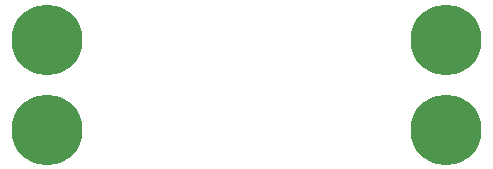
<source format=gbr>
G04 #@! TF.FileFunction,Copper,L2,Bot,Signal*
%FSLAX46Y46*%
G04 Gerber Fmt 4.6, Leading zero omitted, Abs format (unit mm)*
G04 Created by KiCad (PCBNEW 4.0.7) date 10/19/18 23:51:00*
%MOMM*%
%LPD*%
G01*
G04 APERTURE LIST*
%ADD10C,0.100000*%
%ADD11C,5.999480*%
G04 APERTURE END LIST*
D10*
D11*
X165354000Y-104394000D03*
X165354000Y-112014000D03*
X131572000Y-112014000D03*
X131572000Y-104394000D03*
M02*

</source>
